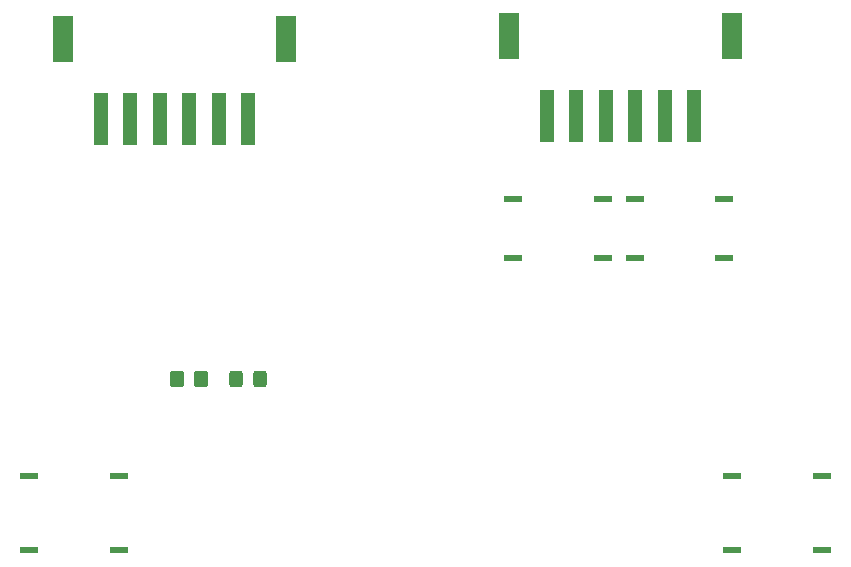
<source format=gtp>
%TF.GenerationSoftware,KiCad,Pcbnew,8.0.3-8.0.3-0~ubuntu22.04.1*%
%TF.CreationDate,2024-07-03T00:47:08-04:00*%
%TF.ProjectId,arm_drive_j3_4_5,61726d5f-6472-4697-9665-5f6a335f345f,rev?*%
%TF.SameCoordinates,Original*%
%TF.FileFunction,Paste,Top*%
%TF.FilePolarity,Positive*%
%FSLAX46Y46*%
G04 Gerber Fmt 4.6, Leading zero omitted, Abs format (unit mm)*
G04 Created by KiCad (PCBNEW 8.0.3-8.0.3-0~ubuntu22.04.1) date 2024-07-03 00:47:08*
%MOMM*%
%LPD*%
G01*
G04 APERTURE LIST*
G04 Aperture macros list*
%AMRoundRect*
0 Rectangle with rounded corners*
0 $1 Rounding radius*
0 $2 $3 $4 $5 $6 $7 $8 $9 X,Y pos of 4 corners*
0 Add a 4 corners polygon primitive as box body*
4,1,4,$2,$3,$4,$5,$6,$7,$8,$9,$2,$3,0*
0 Add four circle primitives for the rounded corners*
1,1,$1+$1,$2,$3*
1,1,$1+$1,$4,$5*
1,1,$1+$1,$6,$7*
1,1,$1+$1,$8,$9*
0 Add four rect primitives between the rounded corners*
20,1,$1+$1,$2,$3,$4,$5,0*
20,1,$1+$1,$4,$5,$6,$7,0*
20,1,$1+$1,$6,$7,$8,$9,0*
20,1,$1+$1,$8,$9,$2,$3,0*%
G04 Aperture macros list end*
%ADD10R,1.511300X0.609600*%
%ADD11R,1.295400X4.495800*%
%ADD12R,1.803400X3.911600*%
%ADD13RoundRect,0.250000X0.350000X0.450000X-0.350000X0.450000X-0.350000X-0.450000X0.350000X-0.450000X0*%
%ADD14RoundRect,0.250000X0.325000X0.450000X-0.325000X0.450000X-0.325000X-0.450000X0.325000X-0.450000X0*%
G04 APERTURE END LIST*
D10*
%TO.C,SW7*%
X111856350Y-78520000D03*
X119463650Y-78520000D03*
%TD*%
%TO.C,SW5*%
X103606350Y-60020000D03*
X111213650Y-60020000D03*
%TD*%
D11*
%TO.C,J8*%
X108660000Y-48073801D03*
X106160000Y-48073801D03*
X103660000Y-48073801D03*
X101160000Y-48073801D03*
X98660000Y-48073801D03*
X96160000Y-48073801D03*
D12*
X111859999Y-41273801D03*
X92960001Y-41273801D03*
%TD*%
D13*
%TO.C,R2*%
X66910000Y-70270000D03*
X64910000Y-70270000D03*
%TD*%
D10*
%TO.C,SW1*%
X52356350Y-84770000D03*
X59963650Y-84770000D03*
%TD*%
%TO.C,SW6*%
X103606350Y-55020000D03*
X111213650Y-55020000D03*
%TD*%
%TO.C,SW3*%
X100963650Y-60020000D03*
X93356350Y-60020000D03*
%TD*%
D14*
%TO.C,D2*%
X71910000Y-70270000D03*
X69860000Y-70270000D03*
%TD*%
D10*
%TO.C,SW4*%
X100963650Y-55020000D03*
X93356350Y-55020000D03*
%TD*%
%TO.C,SW2*%
X52356350Y-78520000D03*
X59963650Y-78520000D03*
%TD*%
%TO.C,SW8*%
X111856350Y-84770000D03*
X119463650Y-84770000D03*
%TD*%
D11*
%TO.C,J5*%
X70910000Y-48323801D03*
X68410000Y-48323801D03*
X65910000Y-48323801D03*
X63410000Y-48323801D03*
X60910000Y-48323801D03*
X58410000Y-48323801D03*
D12*
X74109999Y-41523801D03*
X55210001Y-41523801D03*
%TD*%
M02*

</source>
